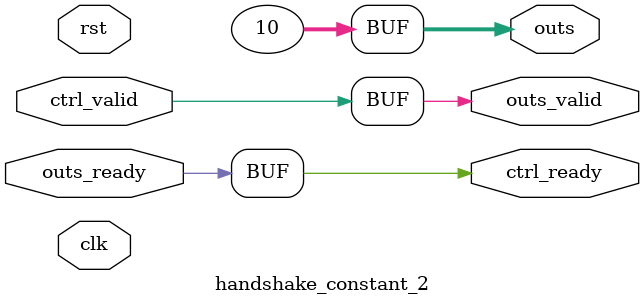
<source format=v>
`timescale 1ns / 1ps
module handshake_constant_2 #(
  parameter DATA_WIDTH = 32  // Default set to 32 bits
) (
  input                       clk,
  input                       rst,
  // Input Channel
  input                       ctrl_valid,
  output                      ctrl_ready,
  // Output Channel
  output [DATA_WIDTH - 1 : 0] outs,
  output                      outs_valid,
  input                       outs_ready
);
  assign outs       = 5'b01010;
  assign outs_valid = ctrl_valid;
  assign ctrl_ready = outs_ready;

endmodule

</source>
